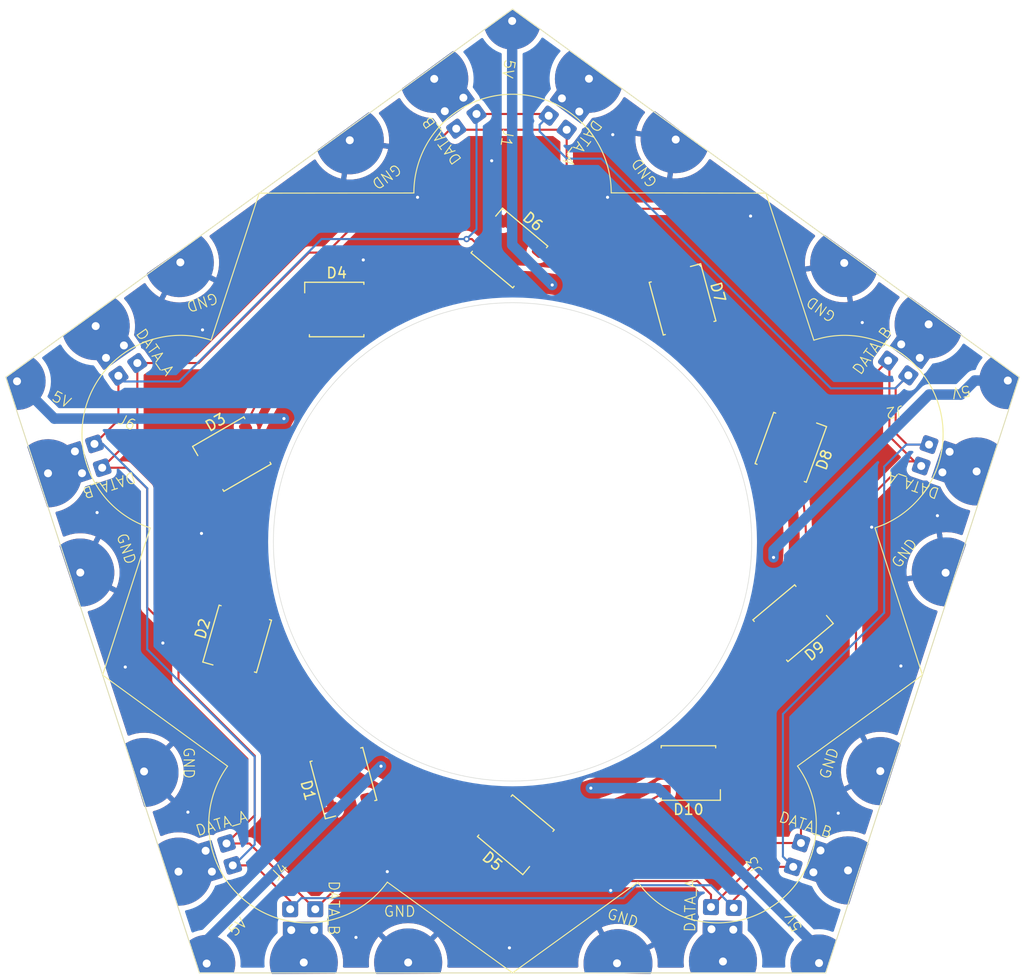
<source format=kicad_pcb>
(kicad_pcb (version 20240108) (generator "pcbnew") (generator_version "8.0")
  (layers (0 "F.Cu" signal) (31 "B.Cu" signal) (34 "B.Paste" user) (35 "F.Paste" user) (36 "B.SilkS" user "B.Silkscreen") (37 "F.SilkS" user "F.Silkscreen") (38 "B.Mask" user) (39 "F.Mask" user) (44 "Edge.Cuts" user))
  (net 0 "")
  (net 7 "Net-(D1-DOUT)")
  (net 8 "GND")
  (net 9 "Net-(D1-DIN)")
  (net 10 "+5V")
  (net 19 "Net-(D2-DOUT)")
  (net 20 "Net-(D3-DOUT)")
  (net 21 "LED_OUT")
  (net 22 "LED_IN")
  (net 39 "Net-(D10-DOUT)")
  (net 40 "Net-(D6-DOUT)")
  (net 41 "Net-(D7-DOUT)")
  (net 42 "Net-(D8-DOUT)")
  (net 43 "Net-(D10-DIN)")
  (footprint "LED_SMD:LED_LiteOn_LTST-E563C_PLCC4_5.0x5.0mm_P3.2mm" (layer "F.Cu") (at 81.349999 87.349998 180)
    (property "Reference" "D10" (at -0.000002 -3.5 180) (layer "F.SilkS"))
    (property "Value" "LiteOn_LTST-E563C")
    (pad "1" smd roundrect (at -2.25 -1.65 180) (size 1.1 1) (layers "F.Cu" "F.Paste" "F.Mask") (net 8 "GND"))
    (pad "2" smd roundrect (at -2.25 1.65 180) (size 1.1 1) (layers "F.Cu" "F.Paste" "F.Mask") (net 43 "Net-(D10-DIN)"))
    (pad "3" smd roundrect (at 2.25 -1.65 180) (size 1.1 1) (layers "F.Cu" "F.Paste" "F.Mask") (net 39 "Net-(D10-DOUT)"))
    (pad "4" smd roundrect (at 2.25 1.65 180) (size 1.1 1) (layers "F.Cu" "F.Paste" "F.Mask") (net 10 "+5V"))
  )
  (footprint "LED_SMD:LED_LiteOn_LTST-E563C_PLCC4_5.0x5.0mm_P3.2mm" (layer "F.Cu") (at 91.079965 56.149976 -110)
    (property "Reference" "D8" (at 0.000001 -3.499996 -110) (layer "F.SilkS"))
    (property "Value" "LiteOn_LTST-E563C")
    (pad "1" smd roundrect (at -2.25 -1.65 250) (size 1.1 1) (layers "F.Cu" "F.Paste" "F.Mask") (net 8 "GND"))
    (pad "2" smd roundrect (at -2.25 1.650001 250) (size 1.1 1) (layers "F.Cu" "F.Paste" "F.Mask") (net 41 "Net-(D7-DOUT)"))
    (pad "3" smd roundrect (at 2.25 -1.650001 250) (size 1.1 1) (layers "F.Cu" "F.Paste" "F.Mask") (net 42 "Net-(D8-DOUT)"))
    (pad "4" smd roundrect (at 2.25 1.65 250) (size 1.1 1) (layers "F.Cu" "F.Paste" "F.Mask") (net 10 "+5V"))
  )
  (footprint "LED_SMD:LED_LiteOn_LTST-E563C_PLCC4_5.0x5.0mm_P3.2mm" (layer "F.Cu") (at 64.815798 93.117703 140)
    (property "Reference" "D5" (at -0.000003 -3.499999 -40) (layer "F.SilkS"))
    (property "Value" "LiteOn_LTST-E563C")
    (pad "1" smd roundrect (at -2.249999 -1.65 140) (size 1.1 1) (layers "F.Cu" "F.Paste" "F.Mask") (net 8 "GND"))
    (pad "2" smd roundrect (at -2.25 1.65 140) (size 1.1 1) (layers "F.Cu" "F.Paste" "F.Mask") (net 39 "Net-(D10-DOUT)"))
    (pad "3" smd roundrect (at 2.25 -1.65 140) (size 1.1 1) (layers "F.Cu" "F.Paste" "F.Mask") (net 9 "Net-(D1-DIN)"))
    (pad "4" smd roundrect (at 2.249999 1.65 140) (size 1.1 1) (layers "F.Cu" "F.Paste" "F.Mask") (net 10 "+5V"))
  )
  (footprint "LED_SMD:LED_LiteOn_LTST-E563C_PLCC4_5.0x5.0mm_P3.2mm" (layer "F.Cu") (at 38.179345 74.5 74)
    (property "Reference" "D2" (at 0 -3.500001 74) (layer "F.SilkS"))
    (property "Value" "LiteOn_LTST-E563C")
    (pad "1" smd roundrect (at -2.25 -1.65 74) (size 1.1 1) (layers "F.Cu" "F.Paste" "F.Mask") (net 8 "GND"))
    (pad "2" smd roundrect (at -2.249999 1.65 74) (size 1.1 1) (layers "F.Cu" "F.Paste" "F.Mask") (net 7 "Net-(D1-DOUT)"))
    (pad "3" smd roundrect (at 2.249999 -1.65 74) (size 1.1 1) (layers "F.Cu" "F.Paste" "F.Mask") (net 19 "Net-(D2-DOUT)"))
    (pad "4" smd roundrect (at 2.25 1.65 74) (size 1.1 1) (layers "F.Cu" "F.Paste" "F.Mask") (net 10 "+5V"))
  )
  (footprint "sws:Pentagon-edge" (layer "F.Cu") (at 64.5 14.169494 -144)
    (property "Reference" "J1" (at 7.7 -9.7 -99) (layer "F.SilkS") (effects (font (thickness 0.1))))
    (property "Value" "Conn_01x08")
    (fp_text user "GND" (at -1.6 -21.7 126) (layer "F.SilkS") (effects (font (thickness 0.1)) (justify left bottom)))
    (fp_text user "5V" (at 3.4 -3.3 -99) (layer "F.SilkS") (effects (font (thickness 0.1)) (justify left bottom)))
    (fp_text user "DATA_B" (at 12.3 -8.9 126) (layer "F.SilkS") (effects (font (thickness 0.1)) (justify left bottom)))
    (fp_text user "GND" (at 17.6 -5.300001 -144) (layer "F.SilkS") (effects (font (thickness 0.1)) (justify left bottom)))
    (fp_text user "DATA_A" (at -0.2 -13 -127) (layer "F.SilkS") (effects (font (thickness 0.1)) (justify left bottom)))
    (pad "1" thru_hole custom (at 0.7 -0.9 216) (size 1.524 1.524) (drill 0.762) (layers "*.Cu" "*.Mask") (net 10 "+5V") (options (clearance outline) (anchor circle)) (primitives (gr_poly (pts (xy 2.514471 0.804631) (xy -0.6 0.8) (xy -1.6 -2.099999) (xy -0.8 -2.5) (xy 0 -2.6) (xy 0.7 -2.5) (xy 1.4 -2.2) (xy 2.1 -1.5) (xy 2.5 -0.6) (xy 2.6 0.1)) (width 0.2) (fill yes)) (gr_arc (start -1.6 -2.099999) (mid 1.522591 -2.156783) (end 2.514471 0.804631) (width 0.2))))
    (pad "2" thru_hole roundrect (at 8.8 -4.1 216) (size 1.524 1.524) (drill 0.762) (layers "*.Cu" "*.Mask") (roundrect_rratio 0.1640419948))
    (pad "2" thru_hole custom (at 10.000001 -1 216) (size 1.524 1.524) (drill 0.762) (layers "*.Cu" "*.Mask") (options (clearance outline) (anchor circle)) (primitives (gr_poly (pts (xy 3.009566 0.970828) (xy 3.1 0.1) (xy 3 -0.8) (xy 2.7 -1.5) (xy 2.3 -2.1) (xy 1.8 -2.5) (xy 1.1 -2.9) (xy 0.5 -3.1) (xy -0.2 -3.1) (xy -0.9 -3) (xy -1.7 -2.6) (xy -2.4 -2) (xy -2.9 -1.1) (xy -3.1 -0.3) (xy -3.1 0.3) (xy -3 1)) (width 0.2) (fill yes)) (gr_rect (start -1.9 -3.8) (end 1.7 -2.2) (width 0.2) (fill yes)) (gr_arc (start -2.999999 1) (mid -0.01535 -3.162239) (end 3.009566 0.970828) (width 0.2))))
    (pad "2" thru_hole roundrect (at 10.999999 -4.1 216) (size 1.524 1.524) (drill 0.762) (layers "*.Cu" "*.Mask") (roundrect_rratio 0.1640419948))
    (pad "3" thru_hole custom (at -2 -9.7 143) (size 1.524 1.524) (drill 0.762) (layers "*.Cu" "*.Mask") (options (clearance outline) (anchor circle)) (primitives (gr_poly (pts (xy 3.009566 0.970828) (xy 3.1 0.1) (xy 3 -0.8) (xy 2.7 -1.5) (xy 2.3 -2.1) (xy 1.8 -2.5) (xy 1.1 -2.9) (xy 0.5 -3.1) (xy -0.2 -3.1) (xy -0.9 -3) (xy -1.700001 -2.6) (xy -2.4 -2) (xy -2.9 -1.1) (xy -3.1 -0.3) (xy -3.1 0.3) (xy -3 1)) (width 0.2) (fill yes)) (gr_arc (start -2.999999 1) (mid -0.01535 -3.162239) (end 3.009566 0.970828) (width 0.2)) (gr_poly (pts (xy -1.9 -3.8) (xy 1.7 -3.8) (xy 1.7 -2.2) (xy -1.9 -2.2)) (width 0.2) (fill yes))))
    (pad "3" thru_hole roundrect (at 0.6 -11.7 143) (size 1.524 1.524) (drill 0.762) (layers "*.Cu" "*.Mask") (roundrect_rratio 0.1640419948))
    (pad "3" thru_hole roundrect (at 1.2 -9.7 143) (size 1.524 1.524) (drill 0.762) (layers "*.Cu" "*.Mask") (roundrect_rratio 0.1640419948))
    (pad "4" thru_hole custom (at -5.3 -19.3 216) (size 1.524 1.524) (drill 0.762) (layers "*.Cu" "*.Mask") (net 8 "GND") (options (clearance outline) (anchor circle)) (primitives (gr_poly (pts (xy -1.705835 -2.609267) (xy 0.1 3.3) (xy 1.2 3) (xy 2 2.5) (xy 2.8 1.5) (xy 3.1 0.5) (xy 3.1 -0.3) (xy 2.9 -1.1) (xy 2.5 -1.8) (xy 2 -2.3) (xy 1.4 -2.7) (xy 0.9 -2.9) (xy 0.4 -3) (xy -0.4 -3) (xy -1.1 -2.9)) (width 0.2) (fill yes)) (gr_arc (start -1.705835 -2.609267) (mid 3.061786 -0.835663) (end 0.1 3.3) (width 0.2))))
    (pad "4" thru_hole custom (at 20 -1 216) (size 1.524 1.524) (drill 0.762) (layers "*.Cu" "*.Mask") (net 8 "GND") (options (clearance outline) (anchor circle)) (primitives (gr_poly (pts (xy -2.999999 1) (xy 3.009566 0.970828) (xy 3.1 -0.1) (xy 2.9 -1.2) (xy 2.3 -2.1) (xy 1.7 -2.6) (xy 1.1 -2.9) (xy 0.4 -3.1) (xy -0.4 -3.1) (xy -1.2 -2.9) (xy -2 -2.4) (xy -2.5 -1.8) (xy -2.9 -1.2) (xy -3 -0.7) (xy -3.1 0.1)) (width 0.2) (fill yes)) (gr_arc (start -2.999999 1) (mid -0.01535 -3.162239) (end 3.009566 0.970828) (width 0.2))))
    (pad "5" thru_hole roundrect (at 2.6 -12.4 143) (size 1.524 1.524) (drill 0.762) (layers "*.Cu" "*.Mask") (roundrect_rratio 0.1640419948) (net 21 "LED_OUT"))
    (pad "6" thru_hole roundrect (at 3.2 -10.3 233) (size 1.524 1.524) (drill 0.762) (layers "*.Cu" "*.Mask") (roundrect_rratio 0.1640419948) (net 22 "LED_IN"))
    (pad "7" thru_hole roundrect (at 8.7 -6.1 306) (size 1.524 1.524) (drill 0.762) (layers "*.Cu" "*.Mask") (roundrect_rratio 0.1640419948) (net 22 "LED_IN"))
    (pad "8" thru_hole roundrect (at 11.1 -6.1 306) (size 1.524 1.524) (drill 0.762) (layers "*.Cu" "*.Mask") (roundrect_rratio 0.1640419948) (net 21 "LED_OUT"))
  )
  (footprint "LED_SMD:LED_LiteOn_LTST-E563C_PLCC4_5.0x5.0mm_P3.2mm" (layer "F.Cu") (at 91.2 73 -140)
    (property "Reference" "D9" (at -0.000002 -3.5 -140) (layer "F.SilkS"))
    (property "Value" "LiteOn_LTST-E563C")
    (pad "1" smd roundrect (at -2.25 -1.65 220) (size 1.1 1) (layers "F.Cu" "F.Paste" "F.Mask") (net 8 "GND"))
    (pad "2" smd roundrect (at -2.249999 1.65 220) (size 1.1 1) (layers "F.Cu" "F.Paste" "F.Mask") (net 42 "Net-(D8-DOUT)"))
    (pad "3" smd roundrect (at 2.249999 -1.65 220) (size 1.1 1) (layers "F.Cu" "F.Paste" "F.Mask") (net 43 "Net-(D10-DIN)"))
    (pad "4" smd roundrect (at 2.25 1.65 220) (size 1.1 1) (layers "F.Cu" "F.Paste" "F.Mask") (net 10 "+5V"))
  )
  (footprint "sws:Pentagon-edge" (layer "F.Cu") (at 94.5 106.5 72)
    (property "Reference" "J3" (at 7.7 -9.7 117) (layer "F.SilkS") (effects (font (thickness 0.1))))
    (property "Value" "Conn_01x08")
    (fp_text user "5V" (at 3.4 -3.3 117) (layer "F.SilkS") (effects (font (thickness 0.1)) (justify left bottom)))
    (fp_text user "DATA_B" (at 12.3 -8.9 -18) (layer "F.SilkS") (effects (font (thickness 0.1)) (justify left bottom)))
    (fp_text user "GND" (at 17.6 -5.3 72) (layer "F.SilkS") (effects (font (thickness 0.1)) (justify left bottom)))
    (fp_text user "GND" (at -1.6 -21.7 -18) (layer "F.SilkS") (effects (font (thickness 0.1)) (justify left bottom)))
    (fp_text user "DATA_A" (at -0.2 -13 89) (layer "F.SilkS") (effects (font (thickness 0.1)) (justify left bottom)))
    (pad "1" thru_hole custom (at 0.7 -0.9 72) (size 1.524 1.524) (drill 0.762) (layers "*.Cu" "*.Mask") (net 10 "+5V") (options (clearance outline) (anchor circle)) (primitives (gr_poly (pts (xy 2.514471 0.804631) (xy -0.6 0.8) (xy -1.6 -2.099999) (xy -0.8 -2.5) (xy 0 -2.6) (xy 0.7 -2.5) (xy 1.4 -2.2) (xy 2.1 -1.5) (xy 2.5 -0.6) (xy 2.6 0.1)) (width 0.2) (fill yes)) (gr_arc (start -1.6 -2.099999) (mid 1.522591 -2.156783) (end 2.514471 0.804631) (width 0.2))))
    (pad "2" thru_hole roundrect (at 8.8 -4.1 72) (size 1.524 1.524) (drill 0.762) (layers "*.Cu" "*.Mask") (roundrect_rratio 0.1640419948))
    (pad "2" thru_hole custom (at 10 -1 72) (size 1.524 1.524) (drill 0.762) (layers "*.Cu" "*.Mask") (options (clearance outline) (anchor circle)) (primitives (gr_poly (pts (xy 3.009566 0.970828) (xy 3.1 0.1) (xy 3 -0.8) (xy 2.7 -1.5) (xy 2.3 -2.1) (xy 1.8 -2.5) (xy 1.1 -2.9) (xy 0.5 -3.1) (xy -0.2 -3.1) (xy -0.9 -3) (xy -1.7 -2.6) (xy -2.4 -2) (xy -2.9 -1.1) (xy -3.1 -0.3) (xy -3.1 0.3) (xy -3 1)) (width 0.2) (fill yes)) (gr_rect (start -1.9 -3.8) (end 1.7 -2.2) (width 0.2) (fill yes)) (gr_arc (start -2.999999 1) (mid -0.01535 -3.162239) (end 3.009566 0.970828) (width 0.2))))
    (pad "2" thru_hole roundrect (at 11 -4.1 72) (size 1.524 1.524) (drill 0.762) (layers "*.Cu" "*.Mask") (roundrect_rratio 0.1640419948))
    (pad "3" thru_hole custom (at -2 -9.7 359) (size 1.524 1.524) (drill 0.762) (layers "*.Cu" "*.Mask") (options (clearance outline) (anchor circle)) (primitives (gr_poly (pts (xy 3.009566 0.970828) (xy 3.1 0.1) (xy 3 -0.8) (xy 2.7 -1.5) (xy 2.3 -2.1) (xy 1.8 -2.5) (xy 1.1 -2.9) (xy 0.5 -3.1) (xy -0.2 -3.1) (xy -0.9 -3) (xy -1.700001 -2.6) (xy -2.4 -2) (xy -2.9 -1.1) (xy -3.1 -0.3) (xy -3.1 0.3) (xy -3 1)) (width 0.2) (fill yes)) (gr_arc (start -2.999999 1) (mid -0.01535 -3.162239) (end 3.009566 0.970828) (width 0.2)) (gr_poly (pts (xy -1.9 -3.8) (xy 1.7 -3.8) (xy 1.7 -2.2) (xy -1.9 -2.2)) (width 0.2) (fill yes))))
    (pad "3" thru_hole roundrect (at 0.6 -11.7 359) (size 1.524 1.524) (drill 0.762) (layers "*.Cu" "*.Mask") (roundrect_rratio 0.1640419948))
    (pad "3" thru_hole roundrect (at 1.2 -9.7 359) (size 1.524 1.524) (drill 0.762) (layers "*.Cu" "*.Mask") (roundrect_rratio 0.1640419948))
    (pad "4" thru_hole custom (at -5.3 -19.3 72) (size 1.524 1.524) (drill 0.762) (layers "*.Cu" "*.Mask") (net 8 "GND") (options (clearance outline) (anchor circle)) (primitives (gr_poly (pts (xy -1.705835 -2.609267) (xy 0.1 3.3) (xy 1.2 3) (xy 2 2.5) (xy 2.8 1.5) (xy 3.1 0.5) (xy 3.1 -0.3) (xy 2.9 -1.1) (xy 2.5 -1.8) (xy 2 -2.3) (xy 1.4 -2.7) (xy 0.9 -2.9) (xy 0.4 -3) (xy -0.4 -3) (xy -1.1 -2.9)) (width 0.2) (fill yes)) (gr_arc (start -1.705835 -2.609267) (mid 3.061786 -0.835663) (end 0.1 3.3) (width 0.2))))
    (pad "4" thru_hole custom (at 20 -1 72) (size 1.524 1.524) (drill 0.762) (layers "*.Cu" "*.Mask") (net 8 "GND") (options (clearance outline) (anchor circle)) (primitives (gr_poly (pts (xy -2.999999 1) (xy 3.009566 0.970828) (xy 3.1 -0.1) (xy 2.9 -1.2) (xy 2.3 -2.1) (xy 1.7 -2.6) (xy 1.1 -2.9) (xy 0.4 -3.1) (xy -0.4 -3.1) (xy -1.2 -2.9) (xy -2 -2.4) (xy -2.5 -1.8) (xy -2.9 -1.2) (xy -3 -0.7) (xy -3.1 0.1)) (width 0.2) (fill yes)) (gr_arc (start -2.999999 1) (mid -0.01535 -3.162239) (end 3.009566 0.970828) (width 0.2))))
    (pad "5" thru_hole roundrect (at 2.6 -12.4 359) (size 1.524 1.524) (drill 0.762) (layers "*.Cu" "*.Mask") (roundrect_rratio 0.1640419948) (net 21 "LED_OUT"))
    (pad "6" thru_hole roundrect (at 3.2 -10.3 89) (size 1.524 1.524) (drill 0.762) (layers "*.Cu" "*.Mask") (roundrect_rratio 0.1640419948) (net 22 "LED_IN"))
    (pad "7" thru_hole roundrect (at 8.7 -6.1 162) (size 1.524 1.524) (drill 0.762) (layers "*.Cu" "*.Mask") (roundrect_rratio 0.1640419948) (net 22 "LED_IN"))
    (pad "8" thru_hole roundrect (at 11.1 -6.1 162) (size 1.524 1.524) (drill 0.762) (layers "*.Cu" "*.Mask") (roundrect_rratio 0.1640419948) (net 21 "LED_OUT"))
  )
  (footprint "sws:Pentagon-edge" (layer "F.Cu") (at 34.5 106.5)
    (property "Reference" "J4" (at 7.7 -9.7 45) (layer "F.SilkS") (effects (font (thickness 0.1))))
    (property "Value" "Conn_01x08")
    (fp_text user "DATA_A" (at -0.2 -13 17) (layer "F.SilkS") (effects (font (thickness 0.1)) (justify left bottom)))
    (fp_text user "GND" (at 17.6 -5.3 0) (layer "F.SilkS") (effects (font (thickness 0.1)) (justify left bottom)))
    (fp_text user "GND" (at -1.6 -21.7 -90) (layer "F.SilkS") (effects (font (thickness 0.1)) (justify left bottom)))
    (fp_text user "5V" (at 3.4 -3.3 45) (layer "F.SilkS") (effects (font (thickness 0.1)) (justify left bottom)))
    (fp_text user "DATA_B" (at 12.3 -8.9 -90) (layer "F.SilkS") (effects (font (thickness 0.1)) (justify left bottom)))
    (pad "1" thru_hole custom (at 0.7 -0.9) (size 1.524 1.524) (drill 0.762) (layers "*.Cu" "*.Mask") (net 10 "+5V") (options (clearance outline) (anchor circle)) (primitives (gr_poly (pts (xy 2.514471 0.804631) (xy -0.6 0.8) (xy -1.6 -2.099999) (xy -0.8 -2.5) (xy 0 -2.6) (xy 0.7 -2.5) (xy 1.4 -2.2) (xy 2.1 -1.5) (xy 2.5 -0.6) (xy 2.6 0.1)) (width 0.2) (fill yes)) (gr_arc (start -1.6 -2.099999) (mid 1.522591 -2.156783) (end 2.514471 0.804631) (width 0.2))))
    (pad "2" thru_hole roundrect (at 8.8 -4.1) (size 1.524 1.524) (drill 0.762) (layers "*.Cu" "*.Mask") (roundrect_rratio 0.1640419948))
    (pad "2" thru_hole custom (at 10 -1) (size 1.524 1.524) (drill 0.762) (layers "*.Cu" "*.Mask") (options (clearance outline) (anchor circle)) (primitives (gr_poly (pts (xy 3.009566 0.970828) (xy 3.1 0.1) (xy 3 -0.8) (xy 2.7 -1.5) (xy 2.3 -2.1) (xy 1.8 -2.5) (xy 1.1 -2.9) (xy 0.5 -3.1) (xy -0.2 -3.1) (xy -0.9 -3) (xy -1.7 -2.6) (xy -2.4 -2) (xy -2.9 -1.1) (xy -3.1 -0.3) (xy -3.1 0.3) (xy -3 1)) (width 0.2) (fill yes)) (gr_rect (start -1.9 -3.8) (end 1.7 -2.2) (width 0.2) (fill yes)) (gr_arc (start -2.999999 1) (mid -0.01535 -3.162239) (end 3.009566 0.970828) (width 0.2))))
    (pad "2" thru_hole roundrect (at 11 -4.1) (size 1.524 1.524) (drill 0.762) (layers "*.Cu" "*.Mask") (roundrect_rratio 0.1640419948))
    (pad "3" thru_hole custom (at -2 -9.7 287) (size 1.524 1.524) (drill 0.762) (layers "*.Cu" "*.Mask") (options (clearance outline) (anchor circle)) (primitives (gr_poly (pts (xy 3.009566 0.970828) (xy 3.1 0.1) (xy 3 -0.8) (xy 2.7 -1.5) (xy 2.3 -2.1) (xy 1.8 -2.5) (xy 1.1 -2.9) (xy 0.5 -3.1) (xy -0.2 -3.1) (xy -0.9 -3) (xy -1.700001 -2.6) (xy -2.4 -2) (xy -2.9 -1.1) (xy -3.1 -0.3) (xy -3.1 0.3) (xy -3 1)) (width 0.2) (fill yes)) (gr_arc (start -2.999999 1) (mid -0.01535 -3.162239) (end 3.009566 0.970828) (width 0.2)) (gr_poly (pts (xy -1.9 -3.8) (xy 1.7 -3.8) (xy 1.7 -2.2) (xy -1.9 -2.2)) (width 0.2) (fill yes))))
    (pad "3" thru_hole roundrect (at 0.6 -11.7 287) (size 1.524 1.524) (drill 0.762) (layers "*.Cu" "*.Mask") (roundrect_rratio 0.1640419948))
    (pad "3" thru_hole roundrect (at 1.2 -9.7 287) (size 1.524 1.524) (drill 0.762) (layers "*.Cu" "*.Mask") (roundrect_rratio 0.1640419948))
    (pad "4" thru_hole custom (at -5.3 -19.3) (size 1.524 1.524) (drill 0.762) (layers "*.Cu" "*.Mask") (net 8 "GND") (options (clearance outline) (anchor circle)) (primitives (gr_poly (pts (xy -1.705835 -2.609267) (xy 0.1 3.3) (xy 1.2 3) (xy 2 2.5) (xy 2.8 1.5) (xy 3.1 0.5) (xy 3.1 -0.3) (xy 2.9 -1.1) (xy 2.5 -1.8) (xy 2 -2.3) (xy 1.4 -2.7) (xy 0.9 -2.9) (xy 0.4 -3) (xy -0.4 -3) (xy -1.1 -2.9)) (width 0.2) (fill yes)) (gr_arc (start -1.705835 -2.609267) (mid 3.061786 -0.835663) (end 0.1 3.3) (width 0.2))))
    (pad "4" thru_hole custom (at 20 -1) (size 1.524 1.524) (drill 0.762) (layers "*.Cu" "*.Mask") (net 8 "GND") (options (clearance outline) (anchor circle)) (primitives (gr_poly (pts (xy -2.999999 1) (xy 3.009566 0.970828) (xy 3.1 -0.1) (xy 2.9 -1.2) (xy 2.3 -2.1) (xy 1.7 -2.6) (xy 1.1 -2.9) (xy 0.4 -3.1) (xy -0.4 -3.1) (xy -1.2 -2.9) (xy -2 -2.4) (xy -2.5 -1.8) (xy -2.9 -1.2) (xy -3 -0.7) (xy -3.1 0.1)) (width 0.2) (fill yes)) (gr_arc (start -2.999999 1) (mid -0.01535 -3.162239) (end 3.009566 0.970828) (width 0.2))))
    (pad "5" thru_hole roundrect (at 2.6 -12.4 287) (size 1.524 1.524) (drill 0.762) (layers "*.Cu" "*.Mask") (roundrect_rratio 0.1640419948) (net 21 "LED_OUT"))
    (pad "6" thru_hole roundrect (at 3.2 -10.3 17) (size 1.524 1.524) (drill 0.762) (layers "*.Cu" "*.Mask") (roundrect_rratio 0.1640419948) (net 22 "LED_IN"))
    (pad "7" thru_hole roundrect (at 8.7 -6.1 90) (size 1.524 1.524) (drill 0.762) (layers "*.Cu" "*.Mask") (roundrect_rratio 0.1640419948) (net 22 "LED_IN"))
    (pad "8" thru_hole roundrect (at 11.1 -6.1 90) (size 1.524 1.524) (drill 0.762) (layers "*.Cu" "*.Mask") (roundrect_rratio 0.1640419948) (net 21 "LED_OUT"))
  )
  (footprint "LED_SMD:LED_LiteOn_LTST-E563C_PLCC4_5.0x5.0mm_P3.2mm" (layer "F.Cu") (at 37.8 56.8 30)
    (property "Reference" "D3" (at 0.000001 -3.5 30) (layer "F.SilkS"))
    (property "Value" "LiteOn_LTST-E563C")
    (pad "1" smd roundrect (at -2.25 -1.65 30) (size 1.1 1) (layers "F.Cu" "F.Paste" "F.Mask") (net 8 "GND"))
    (pad "2" smd roundrect (at -2.25 1.65 30) (size 1.1 1) (layers "F.Cu" "F.Paste" "F.Mask") (net 19 "Net-(D2-DOUT)"))
    (pad "3" smd roundrect (at 2.25 -1.65 30) (size 1.1 1) (layers "F.Cu" "F.Paste" "F.Mask") (net 20 "Net-(D3-DOUT)"))
    (pad "4" smd roundrect (at 2.25 1.65 30) (size 1.1 1) (layers "F.Cu" "F.Paste" "F.Mask") (net 10 "+5V"))
  )
  (footprint "LED_SMD:LED_LiteOn_LTST-E563C_PLCC4_5.0x5.0mm_P3.2mm" (layer "F.Cu") (at 47.650002 42.949998)
    (property "Reference" "D4" (at -0.000001 -3.5 360) (layer "F.SilkS"))
    (property "Value" "LiteOn_LTST-E563C")
    (pad "1" smd roundrect (at -2.25 -1.65) (size 1.1 1) (layers "F.Cu" "F.Paste" "F.Mask") (net 8 "GND"))
    (pad "2" smd roundrect (at -2.25 1.65) (size 1.1 1) (layers "F.Cu" "F.Paste" "F.Mask") (net 20 "Net-(D3-DOUT)"))
    (pad "3" smd roundrect (at 2.25 -1.65) (size 1.1 1) (layers "F.Cu" "F.Paste" "F.Mask") (net 21 "LED_OUT"))
    (pad "4" smd roundrect (at 2.25 1.65) (size 1.1 1) (layers "F.Cu" "F.Paste" "F.Mask") (net 10 "+5V"))
  )
  (footprint "sws:Pentagon-edge" (layer "F.Cu") (at 113.04102 49.436609 144)
    (property "Reference" "J2" (at 7.7 -9.7 -171) (layer "F.SilkS") (effects (font (thickness 0.1))))
    (property "Value" "Conn_01x08")
    (fp_text user "DATA_B" (at 12.3 -8.9 54) (layer "F.SilkS") (effects (font (thickness 0.1)) (justify left bottom)))
    (fp_text user "DATA_A" (at -0.2 -13 161) (layer "F.SilkS") (effects (font (thickness 0.1)) (justify left bottom)))
    (fp_text user "GND" (at 17.6 -5.3 144) (layer "F.SilkS") (effects (font (thickness 0.1)) (justify left bottom)))
    (fp_text user "5V" (at 3.4 -3.3 -171) (layer "F.SilkS") (effects (font (thickness 0.1)) (justify left bottom)))
    (fp_text user "GND" (at -1.6 -21.7 54) (layer "F.SilkS") (effects (font (thickness 0.1)) (justify left bottom)))
    (pad "1" thru_hole custom (at 0.7 -0.900001 144) (size 1.524 1.524) (drill 0.762) (layers "*.Cu" "*.Mask") (net 10 "+5V") (options (clearance outline) (anchor circle)) (primitives (gr_poly (pts (xy 2.514471 0.804631) (xy -0.6 0.8) (xy -1.6 -2.099999) (xy -0.8 -2.5) (xy 0 -2.6) (xy 0.7 -2.5) (xy 1.4 -2.2) (xy 2.1 -1.5) (xy 2.5 -0.6) (xy 2.6 0.1)) (width 0.2) (fill yes)) (gr_arc (start -1.6 -2.099999) (mid 1.522591 -2.156783) (end 2.514471 0.804631) (width 0.2))))
    (pad "2" thru_hole roundrect (at 8.8 -4.1 144) (size 1.524 1.524) (drill 0.762) (layers "*.Cu" "*.Mask") (roundrect_rratio 0.1640419948))
    (pad "2" thru_hole custom (at 10 -1 144) (size 1.524 1.524) (drill 0.762) (layers "*.Cu" "*.Mask") (options (clearance outline) (anchor circle)) (primitives (gr_poly (pts (xy 3.009566 0.970828) (xy 3.1 0.1) (xy 3 -0.8) (xy 2.7 -1.5) (xy 2.3 -2.1) (xy 1.8 -2.5) (xy 1.1 -2.9) (xy 0.5 -3.1) (xy -0.2 -3.1) (xy -0.9 -3) (xy -1.7 -2.6) (xy -2.4 -2) (xy -2.9 -1.1) (xy -3.1 -0.3) (xy -3.1 0.3) (xy -3 1)) (width 0.2) (fill yes)) (gr_rect (start -1.9 -3.8) (end 1.7 -2.2) (width 0.2) (fill yes)) (gr_arc (start -2.999999 1) (mid -0.01535 -3.162239) (end 3.009566 0.970828) (width 0.2))))
    (pad "2" thru_hole roundrect (at 11 -4.1 144) (size 1.524 1.524) (drill 0.762) (layers "*.Cu" "*.Mask") (roundrect_rratio 0.1640419948))
    (pad "3" thru_hole custom (at -2 -9.7 71) (size 1.524 1.524) (drill 0.762) (layers "*.Cu" "*.Mask") (options (clearance outline) (anchor circle)) (primitives (gr_poly (pts (xy 3.009566 0.970828) (xy 3.1 0.1) (xy 3 -0.8) (xy 2.7 -1.5) (xy 2.3 -2.1) (xy 1.8 -2.5) (xy 1.1 -2.9) (xy 0.5 -3.1) (xy -0.2 -3.1) (xy -0.9 -3) (xy -1.700001 -2.6) (xy -2.4 -2) (xy -2.9 -1.1) (xy -3.1 -0.3) (xy -3.1 0.3) (xy -3 1)) (width 0.2) (fill yes)) (gr_arc (start -2.999999 1) (mid -0.01535 -3.162239) (end 3.009566 0.970828) (width 0.2)) (gr_poly (pts (xy -1.9 -3.8) (xy 1.7 -3.8) (xy 1.7 -2.2) (xy -1.9 -2.2)) (width 0.2) (fill yes))))
    (pad "3" thru_hole roundrect (at 0.6 -11.7 71) (size 1.524 1.524) (drill 0.762) (layers "*.Cu" "*.Mask") (roundrect_rratio 0.1640419948))
    (pad "3" thru_hole roundrect (at 1.199999 -9.7 71) (size 1.524 1.524) (drill 0.762) (layers "*.Cu" "*.Mask") (roundrect_rratio 0.1640419948))
    (pad "4" thru_hole custom (at -5.3 -19.3 144) (size 1.524 1.524) (drill 0.762) (layers "*.Cu" "*.Mask") (net 8 "GND") (options (clearance outline) (anchor circle)) (primitives (gr_poly (pts (xy -1.705835 -2.609267) (xy 0.1 3.3) (xy 1.2 3) (xy 2 2.5) (xy 2.8 1.5) (xy 3.1 0.5) (xy 3.1 -0.3) (xy 2.9 -1.1) (xy 2.5 -1.8) (xy 2 -2.3) (xy 1.4 -2.7) (xy 0.9 -2.9) (xy 0.4 -3) (xy -0.4 -3) (xy -1.1 -2.9)) (width 0.2) (fill yes)) (gr_arc (start -1.705835 -2.609267) (mid 3.061786 -0.835663) (end 0.1 3.3) (width 0.2))))
    (pad "4" thru_hole custom (at 20 -1 144) (size 1.524 1.524) (drill 0.762) (layers "*.Cu" "*.Mask") (net 8 "GND") (options (clearance outline) (anchor circle)) (primitives (gr_poly (pts (xy -2.999999 1) (xy 3.009566 0.970828) (xy 3.1 -0.1) (xy 2.9 -1.2) (xy 2.3 -2.1) (xy 1.7 -2.6) (xy 1.1 -2.9) (xy 0.4 -3.1) (xy -0.4 -3.1) (xy -1.2 -2.9) (xy -2 -2.4) (xy -2.5 -1.8) (xy -2.9 -1.2) (xy -3 -0.7) (xy -3.1 0.1)) (width 0.2) (fill yes)) (gr_arc (start -2.999999 1) (mid -0.01535 -3.162239) (end 3.009566 0.970828) (width 0.2))))
    (pad "5" thru_hole roundrect (at 2.6 -12.4 71) (size 1.524 1.524) (drill 0.762) (layers "*.Cu" "*.Mask") (roundrect_rratio 0.1640419948) (net 21 "LED_OUT"))
    (pad "6" thru_hole roundrect (at 3.2 -10.3 161) (size 1.524 1.524) (drill 0.762) (layers "*.Cu" "*.Mask") (roundrect_rratio 0.1640419948) (net 22 "LED_IN"))
    (pad "7" thru_hole roundrect (at 8.7 -6.1 234) (size 1.524 1.524) (drill 0.762) (layers "*.Cu" "*.Mask") (roundrect_rratio 0.1640419948) (net 22 "LED_IN"))
    (pad "8" thru_hole roundrect (at 11.1 -6.1 234) (size 1.524 1.524) (drill 0.762) (layers "*.Cu" "*.Mask") (roundrect_rratio 0.1640419948) (net 21 "LED_OUT"))
  )
  (footprint "LED_SMD:LED_LiteOn_LTST-E563C_PLCC4_5.0x5.0mm_P3.2mm" (layer "F.Cu") (at 48.3 88.1 105)
    (property "Reference" "D1" (at -0.000002 -3.499997 -75) (layer "F.SilkS"))
    (property "Value" "LiteOn_LTST-E563C")
    (pad "1" smd roundrect (at -2.25 -1.65 105) (size 1.1 1) (layers "F.Cu" "F.Paste" "F.Mask") (net 8 "GND"))
    (pad "2" smd roundrect (at -2.25 1.649999 105) (size 1.1 1) (layers "F.Cu" "F.Paste" "F.Mask") (net 9 "Net-(D1-DIN)"))
    (pad "3" smd roundrect (at 2.25 -1.649999 105) (size 1.1 1) (layers "F.Cu" "F.Paste" "F.Mask") (net 7 "Net-(D1-DOUT)"))
    (pad "4" smd roundrect (at 2.25 1.65 105) (size 1.1 1) (layers "F.Cu" "F.Paste" "F.Mask") (net 10 "+5V"))
  )
  (footprint "sws:Pentagon-edge" (layer "F.Cu") (at 15.95898 49.436609 -72)
    (property "Reference" "J6" (at 7.7 -9.7 -27) (layer "F.SilkS") (effects (font (thickness 0.1))))
    (property "Value" "Conn_01x08")
    (fp_text user "DATA_B" (at 12.3 -8.9 -162) (layer "F.SilkS") (effects (font (thickness 0.1)) (justify left bottom)))
    (fp_text user "DATA_A" (at -0.2 -13 -55) (layer "F.SilkS") (effects (font (thickness 0.1)) (justify left bottom)))
    (fp_text user "GND" (at -1.6 -21.7 -162) (layer "F.SilkS") (effects (font (thickness 0.1)) (justify left bottom)))
    (fp_text user "5V" (at 3.4 -3.3 -27) (layer "F.SilkS") (effects (font (thickness 0.1)) (justify left bottom)))
    (fp_text user "GND" (at 17.6 -5.3 -72) (layer "F.SilkS") (effects (font (thickness 0.1)) (justify left bottom)))
    (pad "1" thru_hole custom (at 0.7 -0.9 288) (size 1.524 1.524) (drill 0.762) (layers "*.Cu" "*.Mask") (net 10 "+5V") (options (clearance outline) (anchor circle)) (primitives (gr_poly (pts (xy 2.514471 0.804631) (xy -0.6 0.8) (xy -1.6 -2.099999) (xy -0.8 -2.5) (xy 0 -2.6) (xy 0.7 -2.5) (xy 1.4 -2.2) (xy 2.1 -1.5) (xy 2.5 -0.6) (xy 2.6 0.1)) (width 0.2) (fill yes)) (gr_arc (start -1.6 -2.099999) (mid 1.522591 -2.156783) (end 2.514471 0.804631) (width 0.2))))
    (pad "2" thru_hole roundrect (at 8.8 -4.1 288) (size 1.524 1.524) (drill 0.762) (layers "*.Cu" "*.Mask") (roundrect_rratio 0.1640419948))
    (pad "2" thru_hole custom (at 10 -1 288) (size 1.524 1.524) (drill 0.762) (layers "*.Cu" "*.Mask") (options (clearance outline) (anchor circle)) (primitives (gr_poly (pts (xy 3.009566 0.970828) (xy 3.1 0.1) (xy 3 -0.8) (xy 2.7 -1.5) (xy 2.3 -2.1) (xy 1.8 -2.5) (xy 1.1 -2.9) (xy 0.5 -3.1) (xy -0.2 -3.1) (xy -0.9 -3) (xy -1.7 -2.6) (xy -2.4 -2) (xy -2.9 -1.1) (xy -3.1 -0.3) (xy -3.1 0.3) (xy -3 1)) (width 0.2) (fill yes)) (gr_rect (start -1.9 -3.8) (end 1.7 -2.2) (width 0.2) (fill yes)) (gr_arc (start -2.999999 1) (mid -0.01535 -3.162239) (end 3.009566 0.970828) (width 0.2))))
    (pad "2" thru_hole roundrect (at 11 -4.1 288) (size 1.524 1.524) (drill 0.762) (layers "*.Cu" "*.Mask") (roundrect_rratio 0.1640419948))
    (pad "3" thru_hole custom (at -2 -9.7 215) (size 1.524 1.524) (drill 0.762) (layers "*.Cu" "*.Mask") (options (clearance outline) (anchor circle)) (primitives (gr_poly (pts (xy 3.009566 0.970828) (xy 3.1 0.1) (xy 3 -0.8) (xy 2.7 -1.5) (xy 2.3 -2.1) (xy 1.8 -2.5) (xy 1.1 -2.9) (xy 0.5 -3.1) (xy -0.2 -3.1) (xy -0.9 -3) (xy -1.700001 -2.6) (xy -2.4 -2) (xy -2.9 -1.1) (xy -3.1 -0.3) (xy -3.1 0.3) (xy -3 1)) (width 0.2) (fill yes)) (gr_arc (start -2.999999 1) (mid -0.01535 -3.162239) (end 3.009566 0.970828) (width 0.2)) (gr_poly (pts (xy -1.9 -3.8) (xy 1.7 -3.8) (xy 1.7 -2.2) (xy -1.9 -2.2)) (width 0.2) (fill yes))))
    (pad "3" thru_hole roundrect (at 0.6 -11.7 215) (size 1.524 1.524) (drill 0.762) (layers "*.Cu" "*.Mask") (roundrect_rratio 0.1640419948))
    (pad "3" thru_hole roundrect (at 1.2 -9.7 215) (size 1.524 1.524) (drill 0.762) (layers "*.Cu" "*.Mask") (roundrect_rratio 0.1640419948))
    (pad "4" thru_hole custom (at -5.3 -19.3 288) (size 1.524 1.524) (drill 0.762) (layers "*.Cu" "*.Mask") (net 8 "GND") (options (clearance outline) (anchor circle)) (primitives (gr_poly (pts (xy -1.705835 -2.609267) (xy 0.1 3.3) (xy 1.2 3) (xy 2 2.5) (xy 2.8 1.5) (xy 3.1 0.5) (xy 3.1 -0.3) (xy 2.9 -1.1) (xy 2.5 -1.8) (xy 2 -2.3) (xy 1.4 -2.7) (xy 0.9 -2.9) (xy 0.4 -3) (xy -0.4 -3) (xy -1.1 -2.9)) (width 0.2) (fill yes)) (gr_arc (start -1.705835 -2.609267) (mid 3.061786 -0.835663) (end 0.1 3.3) (width 0.2))))
    (pad "4" thru_hole custom (at 20 -1 288) (size 1.524 1.524) (drill 0.762) (layers "*.Cu" "*.Mask") (net 8 "GND") (options (clearance outline) (anchor circle)) (primitives (gr_poly (pts (xy -2.999999 1) (xy 3.009566 0.970828) (xy 3.1 -0.1) (xy 2.9 -1.2) (xy 2.3 -2.1) (xy 1.7 -2.6) (xy 1.1 -2.9) (xy 0.4 -3.1) (xy -0.4 -3.1) (xy -1.2 -2.9) (xy -2 -2.4) (xy -2.5 -1.8) (xy -2.9 -1.2) (xy -3 -0.7) (xy -3.1 0.1)) (width 0.2) (fill yes)) (gr_arc (start -2.999999 1) (mid -0.01535 -3.162239) (end 3.009566 0.970828) (width 0.2))))
    (pad "5" thru_hole roundrect (at 2.6 -12.4 215) (size 1.524 1.524) (drill 0.762) (layers "*.Cu" "*.Mask") (roundrect_rratio 0.1640419948) (net 21 "LED_OUT"))
    (pad "6" thru_hole roundrect (at 3.2 -10.299999 305) (size 1.524 1.524) (drill 0.762) (layers "*.Cu" "*.Mask") (roundrect_rratio 0.1640419948) (net 22 "LED_IN"))
    (pad "7" thru_hole roundrect (at 8.7 -6.1 18) (size 1.524 1.524) (drill 0.762) (layers "*.Cu" "*.Mask") (roundrect_rratio 0.1640419948) (net 22 "LED_IN"))
    (pad "8" thru_hole roundrect (at 11.1 -6.1 18) (size 1.524 1.524) (drill 0.762) (layers "*.Cu" "*.Mask") (roundrect_rratio 0.1640419948) (net 21 "LED_OUT"))
  )
  (footprint "LED_SMD:LED_LiteOn_LTST-E563C_PLCC4_5.0x5.0mm_P3.2mm" (layer "F.Cu") (at 64.2 37.2 -40)
    (property "Reference" "D6" (at -0.000001 -3.500001 140) (layer "F.SilkS"))
    (property "Value" "LiteOn_LTST-E563C")
    (pad "1" smd roundrect (at -2.249999 -1.65 320) (size 1.1 1) (layers "F.Cu" "F.Paste" "F.Mask") (net 8 "GND"))
    (pad "2" smd roundrect (at -2.25 1.65 320) (size 1.1 1) (layers "F.Cu" "F.Paste" "F.Mask") (net 22 "LED_IN"))
    (pad "3" smd roundrect (at 2.25 -1.65 320) (size 1.1 1) (layers "F.Cu" "F.Paste" "F.Mask") (net 40 "Net-(D6-DOUT)"))
    (pad "4" smd roundrect (at 2.249999 1.65 320) (size 1.1 1) (layers "F.Cu" "F.Paste" "F.Mask") (net 10 "+5V"))
  )
  (footprint "LED_SMD:LED_LiteOn_LTST-E563C_PLCC4_5.0x5.0mm_P3.2mm" (layer "F.Cu") (at 80.788572 42.20039 -75)
    (property "Reference" "D7" (at 0.000002 -3.499998 105) (layer "F.SilkS"))
    (property "Value" "LiteOn_LTST-E563C")
    (pad "1" smd roundrect (at -2.25 -1.65 285) (size 1.1 1) (layers "F.Cu" "F.Paste" "F.Mask") (net 8 "GND"))
    (pad "2" smd roundrect (at -2.25 1.649999 285) (size 1.1 1) (layers "F.Cu" "F.Paste" "F.Mask") (net 40 "Net-(D6-DOUT)"))
    (pad "3" smd roundrect (at 2.25 -1.649999 285) (size 1.1 1) (layers "F.Cu" "F.Paste" "F.Mask") (net 41 "Net-(D7-DOUT)"))
    (pad "4" smd roundrect (at 2.25 1.65 285) (size 1.1 1) (layers "F.Cu" "F.Paste" "F.Mask") (net 10 "+5V"))
  )
  (gr_arc (start 66.9 37.200001) (mid 72.890978 38.379272) (end 78.48584 40.82468) (stroke (width 0.1)) (layer "F.Cu") (net 40))
  (gr_arc (start 79.2 89.099999) (mid 73.567179 91.75034) (end 67.488644 93.093617) (stroke (width 0.2)) (layer "F.Cu") (net 39))
  (gr_arc (start 91.9 58.9) (mid 92.607948 64.659417) (end 92.117941 70.441456) (stroke (width 0.2)) (layer "F.Cu") (net 42))
  (gr_arc (start 37.200001 71.9) (mid 36.391579 65.653173) (end 36.99382 59.38311) (stroke (width 0.2)) (layer "F.Cu") (net 19))
  (gr_arc (start 83.1 43.8) (mid 87.248274 48.275773) (end 90.342173 53.535859) (stroke (width 0.2)) (layer "F.Cu") (net 41))
  (gr_arc (start 62 92.999999) (mid 56.169808 91.838402) (end 50.717643 89.468943) (stroke (width 0.2)) (layer "F.Cu") (net 9))
  (gr_circle (center 64.51 65.19) (end 64.48 40.23) (stroke (width 2)) (fill none) (layer "F.Cu") (net 10))
  (gr_arc (start 90.599999 75.7) (mid 87.691181 81.120505) (end 83.673535 85.779004) (stroke (width 0.2)) (layer "F.Cu") (net 43))
  (gr_arc (start 46.1 86.4) (mid 42.115783 82.139668) (end 39.097537 77.148215) (stroke (width 0.2)) (layer "F.Cu") (net 7))
  (gr_arc (start 38.9 54.2) (mid 41.759511 49.094427) (end 45.622123 44.698531) (stroke (width 0.2)) (layer "F.Cu") (net 20))
  (gr_line (start 113.04102 49.436609) (end 94.5 106.5) (stroke (width 0.05)) (layer "Edge.Cuts"))
  (gr_line (start 34.5 106.5) (end 94.5 106.5) (stroke (width 0.05)) (layer "Edge.Cuts"))
  (gr_circle (center 64.5 65.21) (end 64.7 42.3) (stroke (width 0.05)) (fill none) (layer "Edge.Cuts"))
  (gr_line (start 113.04102 49.436609) (end 64.5 14.169494) (stroke (width 0.05)) (layer "Edge.Cuts"))
  (gr_line (start 34.5 106.5) (end 15.95898 49.436609) (stroke (width 0.05)) (layer "Edge.Cuts"))
  (gr_line (start 64.5 14.169494) (end 15.95898 49.436609) (stroke (width 0.05)) (layer "Edge.Cuts"))
  (via (at 105.2 62.7) (size 0.6) (drill 0.3) (layers "F.Cu" "B.Cu") (net 8))
  (via (at 87.3 34) (size 0.6) (drill 0.3) (layers "F.Cu" "B.Cu") (net 8))
  (via (at 62.5 28.7) (size 0.6) (drill 0.3) (layers "F.Cu" "B.Cu") (net 8))
  (via (at 49.5 103.1) (size 0.6) (drill 0.3) (layers "F.Cu" "B.Cu") (net 8))
  (via (at 50.2 38.2) (size 0.6) (drill 0.3) (layers "F.Cu" "B.Cu") (net 8))
  (via (at 98.9 63.8) (size 0.6) (drill 0.3) (layers "F.Cu" "B.Cu") (net 8))
  (via (at 33.4 91.1) (size 0.6) (drill 0.3) (layers "F.Cu" "B.Cu") (net 8))
  (via (at 55.4 32.2) (size 0.6) (drill 0.3) (layers "F.Cu" "B.Cu") (net 8))
  (via (at 73.9 98.6) (size 0.6) (drill 0.3) (layers "F.Cu" "B.Cu") (net 8))
  (via (at 95.7 91.2) (size 0.6) (drill 0.3) (layers "F.Cu" "B.Cu") (net 8))
  (via (at 24.7 62.4) (size 0.6) (drill 0.3) (layers "F.Cu" "B.Cu") (net 8))
  (via (at 73.6 32.2) (size 0.6) (drill 0.3) (layers "F.Cu" "B.Cu") (net 8))
  (via (at 52.5 96.8) (size 0.6) (drill 0.3) (layers "F.Cu" "B.Cu") (net 8))
  (via (at 31 74.9) (size 0.6) (drill 0.3) (layers "F.Cu" "B.Cu") (net 8))
  (via (at 101.7 77.1) (size 0.6) (drill 0.3) (layers "F.Cu" "B.Cu") (net 8))
  (via (at 34.8 44.9) (size 0.6) (drill 0.3) (layers "F.Cu" "B.Cu") (net 8))
  (via (at 64.2 104.1) (size 0.6) (drill 0.3) (layers "F.Cu" "B.Cu") (net 8))
  (via (at 74.1 26.2) (size 0.6) (drill 0.3) (layers "F.Cu" "B.Cu") (net 8))
  (via (at 34.7 64.4) (size 0.6) (drill 0.3) (layers "F.Cu" "B.Cu") (net 8))
  (via (at 98 44.2) (size 0.6) (drill 0.3) (layers "F.Cu" "B.Cu") (net 8))
  (via (at 27.4 77.2) (size 0.6) (drill 0.3) (layers "F.Cu" "B.Cu") (net 8))
  (via (at 89.5 66.7) (size 0.6) (drill 0.3) (layers "F.Cu" "B.Cu") (net 10))
  (via (at 42.6 53.4) (size 0.6) (drill 0.3) (layers "F.Cu" "B.Cu") (net 10))
  (via (at 68.3 40.6) (size 0.6) (drill 0.3) (layers "F.Cu" "B.Cu") (net 10))
  (via (at 72 88.8) (size 0.6) (drill 0.3) (layers "F.Cu" "B.Cu") (net 10))
  (via (at 51.9 86.7) (size 0.6) (drill 0.3) (layers "F.Cu" "B.Cu") (net 10))
  (segment (start 20.60701 53.4) (end 42.6 53.4) (width 1) (layer "B.Cu") (net 10))
  (segment (start 107.434265 51.1) (end 104.4 51.1) (width 1) (layer "B.Cu") (net 10))
  (segment (start 93.860361 104.260361) (end 78.4 88.8) (width 1) (layer "B.Cu") (net 10))
  (segment (start 64.462695 15.309059) (end 64.462695 36.762695) (width 1) (layer "B.Cu") (net 10))
  (segment (start 108.78099 49.753275) (end 107.434265 51.1) (width 1) (layer "B.Cu") (net 10))
  (segment (start 89.5 66) (end 89.5 66.7) (width 1) (layer "B.Cu") (net 10))
  (segment (start 111.945701 49.753275) (end 108.78099 49.753275) (width 1) (layer "B.Cu") (net 10))
  (segment (start 64.462695 36.762695) (end 68.3 40.6) (width 1) (layer "B.Cu") (net 10))
  (segment (start 35.2 103.4) (end 51.9 86.7) (width 1) (layer "B.Cu") (net 10))
  (segment (start 78.4 88.8) (end 72 88.8) (width 1) (layer "B.Cu") (net 10))
  (segment (start 93.860361 105.556145) (end 93.860361 104.260361) (width 0.2) (layer "B.Cu") (net 10))
  (segment (start 35.2 105.6) (end 35.2 103.4) (width 0.2) (layer "B.Cu") (net 10))
  (segment (start 104.4 51.1) (end 89.5 66) (width 1) (layer "B.Cu") (net 10))
  (segment (start 17.031243 49.824233) (end 20.60701 53.4) (width 1) (layer "B.Cu") (net 10))
  (segment (start 28.555525 48.077545) (end 28.555525 54.743321) (width 0.2) (layer "F.Cu") (net 21))
  (segment (start 97.4 78.2) (end 92.128644 83.471356) (width 0.2) (layer "F.Cu") (net 21))
  (segment (start 92.128644 94.058269) (end 89.647516 94.058269) (width 0.2) (layer "F.Cu") (net 21))
  (segment (start 100.6 55.1) (end 103.440178 57.940178) (width 0.2) (layer "F.Cu") (net 21))
  (segment (start 89.647516 94.058269) (end 83.510343 100.195442) (width 0.2) (layer "F.Cu") (net 21))
  (segment (start 92.128644 83.471356) (end 92.128644 94.058269) (width 0.2) (layer "F.Cu") (net 21))
  (segment (start 69.685093 25.729546) (end 69.685093 29.585093) (width 0.2) (layer "F.Cu") (net 21))
  (segment (start 58.57109 25.628914) (end 46.400004 37.8) (width 0.2) (layer "F.Cu") (net 21))
  (segment (start 73.4 33.3) (end 81.9 33.3) (width 0.2) (layer "F.Cu") (net 21))
  (segment (start 59.105401 25.628914) (end 58.57109 25.628914) (width 0.2) (layer "F.Cu") (net 21))
  (segment (start 39.3 94.1) (end 45.6 100.4) (width 0.2) (layer "F.Cu") (net 21))
  (segment (start 39.8 85.7) (end 32.5 78.4) (width 0.2) (layer "F.Cu") (net 21))
  (segment (start 39.8 91.4) (end 39.8 85.7) (width 0.2) (layer "F.Cu") (net 21))
  (segment (start 48.3 97.7) (end 45.6 100.4) (width 0.2) (layer "F.Cu") (net 21))
  (segment (start 37.1 94.1) (end 39.8 91.4) (width 0.2) (layer "F.Cu") (net 21))
  (segment (start 83.510343 99.010343) (end 82.2 97.7) (width 0.2) (layer "F.Cu") (net 21))
  (segment (start 28.555525 54.743321) (end 25.190513 58.108333) (width 0.2) (layer "F.Cu") (net 21))
  (segment (start 32.5 74.5) (end 29.5 71.5) (width 0.2) (layer "F.Cu") (net 21))
  (segment (start 37.1 94.1) (end 39.3 94.1) (width 0.2) (layer "F.Cu") (net 21))
  (segment (start 29.5 71.5) (end 29.5 60.1) (width 0.2) (layer "F.Cu") (net 21))
  (segment (start 59.206033 25.729546) (end 59.105401 25.628914) (width 0.2) (layer "F.Cu") (net 21))
  (segment (start 69.685093 25.729546) (end 59.206033 25.729546) (width 0.2) (layer "F.Cu") (net 21))
  (segment (start 100.475441 47.847196) (end 100.6 47.971755) (width 0.2) (layer "F.Cu") (net 21))
  (segment (start 45 37.5) (end 46.100004 37.5) (width 0.2) (layer "F.Cu") (net 21))
  (segment (start 27.508333 58.108333) (end 25.190513 58.108333) (width 0.2) (layer "F.Cu") (net 21))
  (segment (start 102.2 57.5) (end 97.4 62.3) (width 0.2) (layer "F.Cu") (net 21))
  (segment (start 28.555525 48.077545) (end 34.422455 48.077545) (width 0.2) (layer "F.Cu") (net 21))
  (segment (start 46.100004 37.5) (end 46.400004 37.8) (width 0.2) (layer "F.Cu") (net 21))
  (segment (start 103.649039 57.940178) (end 103.208861 57.5) (width 0.2) (layer "F.Cu") (net 21))
  (segment (start 83.510343 100.195442) (end 83.510343 99.010343) (width 0.2) (layer "F.Cu") (net 21))
  (segment (start 69.685093 29.585093) (end 73.4 33.3) (width 0.2) (layer "F.Cu") (net 21))
  (segment (start 103.440178 57.940178) (end 103.649039 57.940178) (width 0.2) (layer "F.Cu") (net 21))
  (segment (start 99.422637 48.9) (end 100.475441 47.847196) (width 0.2) (layer "F.Cu") (net 21))
  (segment (start 81.9 33.3) (end 97.5 48.9) (width 0.2) (layer "F.Cu") (net 21))
  (segment (start 97.5 48.9) (end 99.422637 48.9) (width 0.2) (layer "F.Cu") (net 21))
  (segment (start 97.4 62.3) (end 97.4 78.2) (width 0.2) (layer "F.Cu") (net 21))
  (segment (start 34.422455 48.077545) (end 45 37.5) (width 0.2) (layer "F.Cu") (net 21))
  (segment (start 82.2 97.7) (end 48.3 97.7) (width 0.2) (layer "F.Cu") (net 21))
  (segment (start 32.5 78.4) (end 32.5 74.5) (width 0.2) (layer "F.Cu") (net 21))
  (segment (start 46.400004 37.8) (end 49.900002 41.299998) (width 0.2) (layer "F.Cu") (net 21))
  (segment (start 103.208861 57.5) (end 102.2 57.5) (width 0.2) (layer "F.Cu") (net 21))
  (segment (start 100.6 47.971755) (end 100.6 55.1) (width 0.2) (layer "F.Cu") (net 21))
  (segment (start 29.5 60.1) (end 27.508333 58.108333) (width 0.2) (layer "F.Cu") (net 21))
  (segment (start 102.417082 49.257881) (end 101.2 50.474963) (width 0.2) (layer "F.Cu") (net 22))
  (segment (start 67.965334 24.383282) (end 67.965334 24.834666) (width 0.2) (layer "F.Cu") (net 22))
  (segment (start 88.859195 96.340805) (end 91.387003 96.340805) (width 0.2) (layer "F.Cu") (net 22))
  (segment (start 60.598099 36.2) (end 61.4158 37.017701) (width 0.2) (layer "F.Cu") (net 22))
  (segment (start 43.2 99.6) (end 43.2 100.4) (width 0.2) (layer "F.Cu") (net 22))
  (segment (start 102.288571 55.888571) (end 104.397978 55.888571) (width 0.2) (layer "F.Cu") (net 22))
  (segment (start 26.743716 49.297115) (end 26.743716 53.530954) (width 0.2) (layer "F.Cu") (net 22))
  (segment (start 101.2 54.8) (end 102.288571 55.888571) (width 0.2) (layer "F.Cu") (net 22))
  (segment (start 39.8 96.2) (end 43.2 99.6) (width 0.2) (layer "F.Cu") (net 22))
  (segment (start 101.2 50.474963) (end 101.2 54.8) (width 0.2) (layer "F.Cu") (net 22))
  (segment (start 60.1 36.2) (end 60.598099 36.2) (width 0.2) (layer "F.Cu") (net 22))
  (segment (start 61.415802 37.017698) (end 61.415802 37.015802) (width 0.2) (layer "F.Cu") (net 22))
  (segment (start 26.743716 53.530954) (end 24.448873 55.825797) (width 0.2) (layer "F.Cu") (net 22))
  (segment (start 85.692972 100.273744) (end 85.692972 99.507028) (width 0.2) (layer "F.Cu") (net 22))
  (segment (start 37.7 96.2) (end 39.8 96.2) (width 0.2) (layer "F.Cu") (net 22))
  (segment (start 91.387003 96.340805) (end 91.346198 96.3) (width 0.2) (layer "F.Cu") (net 22))
  (segment (start 67.800281 24.218229) (end 67.965334 24.383282) (width 0.2) (layer "F.Cu") (net 22))
  (segment (start 85.692972 99.507028) (end 88.859195 96.340805) (width 0.2) (layer "F.Cu") (net 22))
  (segment (start 61.047042 24.218229) (end 67.800281 24.218229) (width 0.2) (layer "F.Cu") (net 22))
  (via (at 60.1 36.2) (size 0.6) (drill 0.3) (layers "F.Cu" "B.Cu") (net 22))
  (segment (start 100.1 72) (end 90.4 81.7) (width 0.2) (layer "B.Cu") (net 22))
  (segment (start 39.8 94.2) (end 37.8 96.2) (width 0.2) (layer "B.Cu") (net 22))
  (segment (start 90.4 81.7) (end 90.4 95.353802) (width 0.2) (layer "B.Cu") (net 22))
  (segment (start 46.2 36.2) (end 32.555757 49.844243) (width 0.2) (layer "B.Cu") (net 22))
  (segment (start 100.1 58) (end 100.1 72) (width 0.2) (layer "B.Cu") (net 22))
  (segment (start 76.351471 98.1) (end 75.113471 99.338) (width 0.2) (layer "B.Cu") (net 22))
  (segment (start 104.397978 55.888571) (end 102.211429 55.888571) (width 0.2) (layer "B.Cu") (net 22))
  (segment (start 24.448873 55.825797) (end 25.250087 55.825797) (width 0.2) (layer "B.Cu") (net 22))
  (segment (start 85.692972 100.273744) (end 83.519228 98.1) (width 0.2) (layer "B.Cu") (net 22))
  (segment (start 75.113471 99.338) (end 44.262 99.338) (width 0.2) (layer "B.Cu") (net 22))
  (segment (start 67.965334 24.383282) (end 67.1 25.248616) (width 0.2) (layer "B.Cu") (net 22))
  (segment (start 61.047042 24.218229) (end 61.047042 35.252958) (width 0.2) (layer "B.Cu") (net 22))
  (segment (start 95 50.5) (end 101.174963 50.5) (width 0.2) (layer "B.Cu") (net 22))
  (segment (start 67.1 25.9) (end 69.7 28.5) (width 0.2) (layer "B.Cu") (net 22))
  (segment (start 102.211429 55.888571) (end 100.1 58) (width 0.2) (layer "B.Cu") (net 22))
  (segment (start 32.555757 49.844243) (end 27.290844 49.844243) (width 0.2) (layer "B.Cu") (net 22))
  (segment (start 61.047042 35.252958) (end 60.1 36.2) (width 0.2) (layer "B.Cu") (net 22))
  (segment (start 37.8 96.2) (end 37.7 96.2) (width 0.2) (layer "B.Cu") (net 22))
  (segment (start 44.262 99.338) (end 43.2 100.4) (width 0.2) (layer "B.Cu") (net 22))
  (segment (start 27.290844 49.844243) (end 26.743716 49.297115) (width 0.2) (layer "B.Cu") (net 22))
  (segment (start 67.1 25.248616) (end 67.1 25.9) (width 0.2) (layer "B.Cu") (net 22))
  (segment (start 29.5 75.5) (end 39.8 85.8) (width 0.2) (layer "B.Cu") (net 22))
  (segment (start 69.7 28.5) (end 73 28.5) (width 0.2) (layer "B.Cu") (net 22))
  (segment (start 29.5 60.07571) (end 29.5 75.5) (width 0.2) (layer "B.Cu") (net 22))
  (segment (start 101.174963 50.5) (end 102.417082 49.257881) (width 0.2) (layer "B.Cu") (net 22))
  (segment (start 73 28.5) (end 95 50.5) (width 0.2) (layer "B.Cu") (net 22))
  (segment (start 60.1 36.2) (end 46.2 36.2) (width 0.2) (layer "B.Cu") (net 22))
  (segment (start 90.4 95.353802) (end 91.387003 96.340805) (width 0.2) (layer "B.Cu") (net 22))
  (segment (start 83.519228 98.1) (end 76.351471 98.1) (width 0.2) (layer "B.Cu") (net 22))
  (segment (start 25.250087 55.825797) (end 29.5 60.07571) (width 0.2) (layer "B.Cu") (net 22))
  (segment (start 39.8 85.8) (end 39.8 94.2) (width 0.2) (layer "B.Cu") (net 22))
  (zone (net 8) (net_name "GND") (layers "F&B.Cu") (connect_pads (clearance 0.5)) (min_thickness 0.25) (fill yes (thermal_gap 0.5) (thermal_bridge_width 0.5))
    (polygon (pts (xy 64.5 13.3) (xy 113.5 49.3) (xy 94.7 106.7) (xy 34.2 107.1) (xy 15.4 49.3)))
  )
)
</source>
